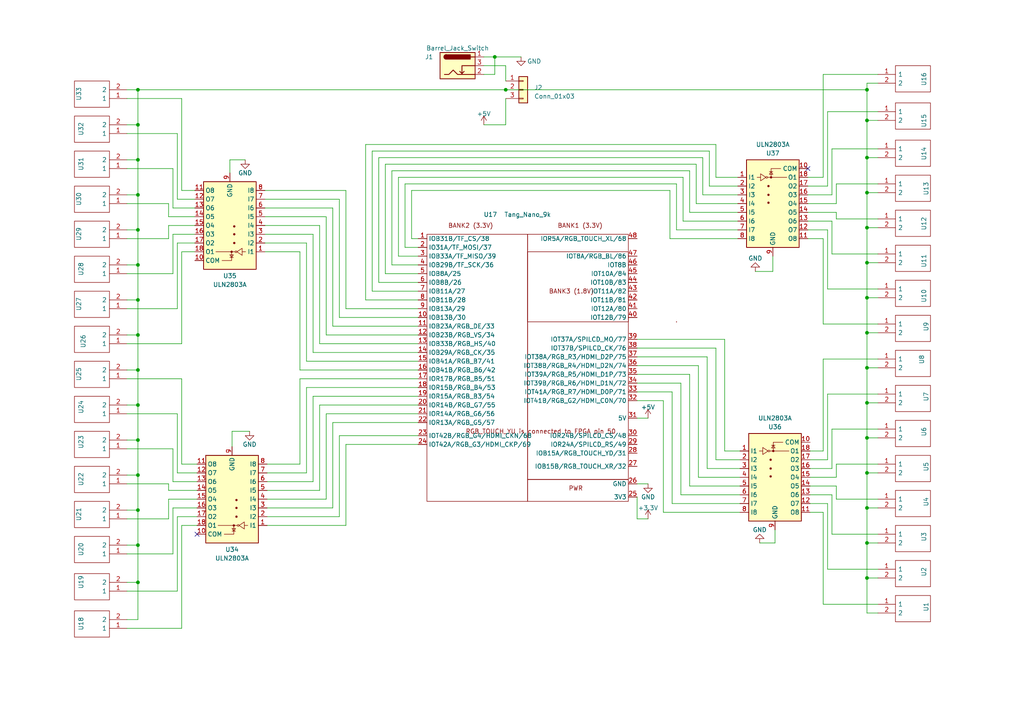
<source format=kicad_sch>
(kicad_sch (version 20230121) (generator eeschema)
  (paper "A4")
  (lib_symbols
    (symbol "Connector:Barrel_Jack_Switch" (pin_names hide)
      (property "Reference" "J" (at 0 5.334 0))
      (property "Value" "Barrel_Jack_Switch" (at 0 -5.08 0))
      (symbol "Barrel_Jack_Switch_0_1"
        (rectangle (start -5.08 3.81) (end 5.08 -3.81) (stroke (width 0.254)) (fill (type background)))
        (arc (start -3.302 3.175) (mid -3.9343 2.54) (end -3.302 1.905) (stroke (width 0.254)))
        (arc (start -3.302 3.175) (mid -3.9343 2.54) (end -3.302 1.905) (stroke (width 0.254)) (fill (type outline)))
        (polyline (pts (xy 1.27 -2.286) (xy 1.905 -1.651)) (stroke (width 0.254)))
        (polyline (pts (xy 5.08 2.54) (xy 3.81 2.54)) (stroke (width 0.254)))
        (polyline (pts (xy 5.08 0) (xy 1.27 0) (xy 1.27 -2.286) (xy 0.635 -1.651)) (stroke (width 0.254)))
        (polyline (pts (xy -3.81 -2.54) (xy -2.54 -2.54) (xy -1.27 -1.27) (xy 0 -2.54) (xy 2.54 -2.54) (xy 5.08 -2.54)) (stroke (width 0.254)))
        (rectangle (start 3.683 3.175) (end -3.302 1.905) (stroke (width 0.254)) (fill (type outline)))
      )
      (symbol "Barrel_Jack_Switch_1_1"
        (pin passive line (at 7.62 2.54 180) (length 2.54) (name "~") (number "1"))
        (pin passive line (at 7.62 -2.54 180) (length 2.54) (name "~") (number "2"))
        (pin passive line (at 7.62 0 180) (length 2.54) (name "~") (number "3"))
      )
    )
    (symbol "Connector_Generic:Conn_01x03" (pin_names (offset 1.016) hide)
      (property "Reference" "J" (at 0 5.08 0))
      (property "Value" "Conn_01x03" (at 0 -5.08 0))
      (symbol "Conn_01x03_1_1"
        (rectangle (start -1.27 -2.413) (end 0 -2.667) (stroke (width 0.1524)))
        (rectangle (start -1.27 0.127) (end 0 -0.127) (stroke (width 0.1524)))
        (rectangle (start -1.27 2.667) (end 0 2.413) (stroke (width 0.1524)))
        (rectangle (start -1.27 3.81) (end 1.27 -3.81) (stroke (width 0.254)) (fill (type background)))
        (pin passive line (at -5.08 2.54 0) (length 3.81) (name "Pin_1") (number "1"))
        (pin passive line (at -5.08 0 0) (length 3.81) (name "Pin_2") (number "2"))
        (pin passive line (at -5.08 -2.54 0) (length 3.81) (name "Pin_3") (number "3"))
      )
    )
    (symbol "Transistor_Array:ULN2803A"
      (property "Reference" "U" (at 0 13.335 0))
      (property "Value" "ULN2803A" (at 0 11.43 0))
      (symbol "ULN2803A_0_1"
        (rectangle (start -7.62 -15.24) (end 7.62 10.16) (stroke (width 0.254)) (fill (type background)))
        (circle (center -1.778 5.08) (radius 0.254))
        (circle (center -1.27 -2.286) (radius 0.254) (fill (type outline)))
        (circle (center -1.27 0) (radius 0.254) (fill (type outline)))
        (circle (center -1.27 2.54) (radius 0.254) (fill (type outline)))
        (circle (center -0.508 5.08) (radius 0.254) (fill (type outline)))
        (polyline (pts (xy -4.572 5.08) (xy -3.556 5.08)))
        (polyline (pts (xy -1.524 5.08) (xy 4.064 5.08)))
        (polyline (pts (xy 0 6.731) (xy -1.016 6.731)))
        (polyline (pts (xy -0.508 5.08) (xy -0.508 7.62) (xy 2.286 7.62)))
        (polyline (pts (xy -3.556 6.096) (xy -3.556 4.064) (xy -2.032 5.08) (xy -3.556 6.096)))
        (polyline (pts (xy 0 5.969) (xy -1.016 5.969) (xy -0.508 6.731) (xy 0 5.969)))
      )
      (symbol "ULN2803A_1_1"
        (pin input line (at -10.16 5.08 0) (length 2.54) (name "I1") (number "1"))
        (pin passive line (at 10.16 7.62 180) (length 2.54) (name "COM") (number "10"))
        (pin open_collector line (at 10.16 -12.7 180) (length 2.54) (name "O8") (number "11"))
        (pin open_collector line (at 10.16 -10.16 180) (length 2.54) (name "O7") (number "12"))
        (pin open_collector line (at 10.16 -7.62 180) (length 2.54) (name "O6") (number "13"))
        (pin open_collector line (at 10.16 -5.08 180) (length 2.54) (name "O5") (number "14"))
        (pin open_collector line (at 10.16 -2.54 180) (length 2.54) (name "O4") (number "15"))
        (pin open_collector line (at 10.16 0 180) (length 2.54) (name "O3") (number "16"))
        (pin open_collector line (at 10.16 2.54 180) (length 2.54) (name "O2") (number "17"))
        (pin open_collector line (at 10.16 5.08 180) (length 2.54) (name "O1") (number "18"))
        (pin input line (at -10.16 2.54 0) (length 2.54) (name "I2") (number "2"))
        (pin input line (at -10.16 0 0) (length 2.54) (name "I3") (number "3"))
        (pin input line (at -10.16 -2.54 0) (length 2.54) (name "I4") (number "4"))
        (pin input line (at -10.16 -5.08 0) (length 2.54) (name "I5") (number "5"))
        (pin input line (at -10.16 -7.62 0) (length 2.54) (name "I6") (number "6"))
        (pin input line (at -10.16 -10.16 0) (length 2.54) (name "I7") (number "7"))
        (pin input line (at -10.16 -12.7 0) (length 2.54) (name "I8") (number "8"))
        (pin power_in line (at 0 -17.78 90) (length 2.54) (name "GND") (number "9"))
      )
    )
    (symbol "power:+3.3V" (power) (pin_names (offset 0))
      (property "Value" "+3.3V" (at 0 3.556 0))
      (symbol "+3.3V_0_1"
        (polyline (pts (xy -0.762 1.27) (xy 0 2.54)))
        (polyline (pts (xy 0 0) (xy 0 2.54)))
        (polyline (pts (xy 0 2.54) (xy 0.762 1.27)))
      )
      (symbol "+3.3V_1_1"
        (pin power_in line (at 0 0 90) (length 0) hide (name "+3.3V") (number "1"))
      )
    )
    (symbol "power:+5V" (power) (pin_names (offset 0))
      (property "Value" "+5V" (at 0 3.556 0))
      (symbol "+5V_0_1"
        (polyline (pts (xy -0.762 1.27) (xy 0 2.54)))
        (polyline (pts (xy 0 0) (xy 0 2.54)))
        (polyline (pts (xy 0 2.54) (xy 0.762 1.27)))
      )
      (symbol "+5V_1_1"
        (pin power_in line (at 0 0 90) (length 0) hide (name "+5V") (number "1"))
      )
    )
    (symbol "power:GND" (power) (pin_names (offset 0))
      (property "Value" "GND" (at 0 -3.81 0))
      (symbol "GND_0_1"
        (polyline (pts (xy 0 0) (xy 0 -1.27) (xy 1.27 -1.27) (xy 0 -2.54) (xy -1.27 -1.27) (xy 0 -1.27)))
      )
      (symbol "GND_1_1"
        (pin power_in line (at 0 0 270) (length 0) hide (name "GND") (number "1"))
      )
    )
    (symbol "samacsys:CUSA-T80-18-2400-TH" (pin_names (offset 0.762))
      (property "Reference" "U" (at 16.51 7.62 0))
      (property "Value" "CUSA-T80-18-2400-TH" (at 16.51 5.08 0))
      (symbol "CUSA-T80-18-2400-TH_0_0"
        (pin passive line (at 0 0 0) (length 5.08) (name "1") (number "1"))
        (pin passive line (at 0 -2.54 0) (length 5.08) (name "2") (number "2"))
      )
      (symbol "CUSA-T80-18-2400-TH_0_1"
        (polyline (pts (xy 5.08 2.54) (xy 15.24 2.54) (xy 15.24 -5.08) (xy 5.08 -5.08) (xy 5.08 2.54)) (stroke (width 0.1524)))
      )
    )
    (symbol "tangnano:Tang_Nano_9k"
      (property "Reference" "U17" (at -10.795 38.735 0))
      (property "Value" "Tang_Nano_9k" (at 0 38.735 0))
      (symbol "Tang_Nano_9k_0_0"
        (rectangle (start 43.18 7.62) (end 43.18 7.62))
        (rectangle (start 43.18 7.62) (end 43.18 7.62))
        (rectangle (start 43.18 7.62) (end 43.18 7.62))
        (rectangle (start 43.18 7.62) (end 43.18 7.62))
        (rectangle (start 43.18 7.62) (end 43.18 7.62))
        (rectangle (start 43.18 7.62) (end 43.18 7.62))
        (rectangle (start 43.18 7.62) (end 43.18 7.62))
        (rectangle (start 43.18 7.62) (end 43.18 7.62))
        (rectangle (start 43.18 7.62) (end 43.18 7.62))
        (rectangle (start 43.18 7.62) (end 43.18 7.62))
        (text "BANK1 (3.3V)" (at 15.24 35.56 0) (effects (font (size 1.27 1.27))))
        (text "BANK2 (3.3V)" (at -16.51 35.56 0) (effects (font (size 1.27 1.27))))
        (text "BANK3 (1.8V)" (at 12.7 16.51 0) (effects (font (size 1.27 1.27))))
        (text "PWR" (at 13.97 -40.64 0) (effects (font (size 1.27 1.27))))
        (text "RGB_TOUCH_YU is connected to FPGA pin 50" (at 3.81 -24.13 0) (effects (font (size 1.27 1.27))))
      )
      (symbol "Tang_Nano_9k_0_1"
        (rectangle (start -29.21 33.02) (end 0 -44.45))
        (rectangle (start 0 -38.1) (end 29.21 -44.45))
        (rectangle (start 0 27.94) (end 29.21 7.62))
        (rectangle (start 0 33.02) (end 29.21 -38.1))
      )
      (symbol "Tang_Nano_9k_1_1"
        (pin bidirectional line (at -31.75 31.75 0) (length 2.54) (name "IOB31B/TF_CS/38") (number "1"))
        (pin bidirectional line (at -31.75 8.89 0) (length 2.54) (name "IOB13B/30") (number "10"))
        (pin bidirectional line (at -31.75 6.35 0) (length 2.54) (name "IOB23A/RGB_DE/33") (number "11"))
        (pin bidirectional line (at -31.75 3.81 0) (length 2.54) (name "IOB23B/RGB_VS/34") (number "12"))
        (pin bidirectional line (at -31.75 1.27 0) (length 2.54) (name "IOB33B/RGB_HS/40") (number "13"))
        (pin bidirectional line (at -31.75 -1.27 0) (length 2.54) (name "IOB29A/RGB_CK/35") (number "14"))
        (pin bidirectional line (at -31.75 -3.81 0) (length 2.54) (name "IOB41A/RGB_B7/41") (number "15"))
        (pin bidirectional line (at -31.75 -6.35 0) (length 2.54) (name "IOB41B/RGB_B6/42") (number "16"))
        (pin bidirectional line (at -31.75 -8.89 0) (length 2.54) (name "IOR17B/RGB_B5/51") (number "17"))
        (pin bidirectional line (at -31.75 -11.43 0) (length 2.54) (name "IOR15B/RGB_B4/53") (number "18"))
        (pin bidirectional line (at -31.75 -13.97 0) (length 2.54) (name "IOR15A/RGB_B3/54") (number "19"))
        (pin bidirectional line (at -31.75 29.21 0) (length 2.54) (name "IO31A/TF_MOSI/37") (number "2"))
        (pin bidirectional line (at -31.75 -16.51 0) (length 2.54) (name "IOR14B/RGB_G7/55") (number "20"))
        (pin bidirectional line (at -31.75 -19.05 0) (length 2.54) (name "IOR14A/RGB_G6/56") (number "21"))
        (pin bidirectional line (at -31.75 -21.59 0) (length 2.54) (name "IOR13A/RGB_G5/57") (number "22"))
        (pin bidirectional line (at -31.75 -25.4 0) (length 2.54) (name "IOT42B/RGB_G4/HDMI_CKN/68") (number "23"))
        (pin bidirectional line (at -31.75 -27.94 0) (length 2.54) (name "IOT42A/RGB_G3/HDMI_CKP/69") (number "24"))
        (pin power_out line (at 31.75 -43.18 180) (length 2.54) (name "3V3") (number "25"))
        (pin power_in line (at 31.75 -39.37 180) (length 2.54) (name "GND") (number "26"))
        (pin bidirectional line (at 31.75 -34.29 180) (length 2.54) (name "IOB15B/RGB_TOUCH_XR/32") (number "27"))
        (pin bidirectional line (at 31.75 -30.48 180) (length 2.54) (name "IOB15A/RGB_TOUCH_YD/31") (number "28"))
        (pin bidirectional line (at 31.75 -27.94 180) (length 2.54) (name "IOR24A/SPILCD_RS/49") (number "29"))
        (pin bidirectional line (at -31.75 26.67 0) (length 2.54) (name "IOB33A/TF_MISO/39") (number "3"))
        (pin bidirectional line (at 31.75 -25.4 180) (length 2.54) (name "IOR24B/SPILCD_CS/48") (number "30"))
        (pin power_out line (at 31.75 -20.32 180) (length 2.54) (name "5V") (number "31"))
        (pin bidirectional line (at 31.75 -15.24 180) (length 2.54) (name "IOT41B/RGB_G2/HDMI_C0N/70") (number "32"))
        (pin bidirectional line (at 31.75 -12.7 180) (length 2.54) (name "IOT41A/RGB_R7/HDMI_D0P/71") (number "33"))
        (pin bidirectional line (at 31.75 -10.16 180) (length 2.54) (name "IOT39B/RGB_R6/HDMI_D1N/72") (number "34"))
        (pin bidirectional line (at 31.75 -7.62 180) (length 2.54) (name "IOT39A/RGB_R5/HDMI_D1P/73") (number "35"))
        (pin bidirectional line (at 31.75 -5.08 180) (length 2.54) (name "IOT38B/RGB_R4/HDMI_D2N/74") (number "36"))
        (pin bidirectional line (at 31.75 -2.54 180) (length 2.54) (name "IOT38A/RGB_R3/HDMI_D2P/75") (number "37"))
        (pin bidirectional line (at 31.75 0 180) (length 2.54) (name "IOT37B/SPILCD_CK/76") (number "38"))
        (pin bidirectional line (at 31.75 2.54 180) (length 2.54) (name "IOT37A/SPILCD_MO/77") (number "39"))
        (pin bidirectional line (at -31.75 24.13 0) (length 2.54) (name "IOB29B/TF_SCK/36") (number "4"))
        (pin bidirectional line (at 31.75 8.89 180) (length 2.54) (name "IOT12B/79") (number "40"))
        (pin bidirectional line (at 31.75 11.43 180) (length 2.54) (name "IOT12A/80") (number "41"))
        (pin bidirectional line (at 31.75 13.97 180) (length 2.54) (name "IOT11B/81") (number "42"))
        (pin bidirectional line (at 31.75 16.51 180) (length 2.54) (name "IOT11A/82") (number "43"))
        (pin bidirectional line (at 31.75 19.05 180) (length 2.54) (name "IOT10B/83") (number "44"))
        (pin bidirectional line (at 31.75 21.59 180) (length 2.54) (name "IOT10A/84") (number "45"))
        (pin bidirectional line (at 31.75 24.13 180) (length 2.54) (name "IOT8B") (number "46"))
        (pin bidirectional line (at 31.75 26.67 180) (length 2.54) (name "IOT8A/RGB_BL/86") (number "47"))
        (pin bidirectional line (at 31.75 31.75 180) (length 2.54) (name "IOR5A/RGB_TOUCH_XL/68") (number "48"))
        (pin bidirectional line (at -31.75 21.59 0) (length 2.54) (name "IOB8A/25") (number "5"))
        (pin bidirectional line (at -31.75 19.05 0) (length 2.54) (name "IOB8B/26") (number "6"))
        (pin bidirectional line (at -31.75 16.51 0) (length 2.54) (name "IOB11A/27") (number "7"))
        (pin bidirectional line (at -31.75 13.97 0) (length 2.54) (name "IOB11B/28") (number "8"))
        (pin bidirectional line (at -31.75 11.43 0) (length 2.54) (name "IOB13A/29") (number "9"))
      )
    )
  )
  (junction (at 40.005 36.195))
  (junction (at 40.005 97.155))
  (junction (at 143.51 16.51))
  (junction (at 40.005 147.955))
  (junction (at 40.005 137.795))
  (junction (at 251.46 34.925))
  (junction (at 251.46 66.04))
  (junction (at 251.46 137.16))
  (junction (at 251.46 45.72))
  (junction (at 251.46 127))
  (junction (at 40.005 26.035))
  (junction (at 40.005 117.475))
  (junction (at 251.46 167.64))
  (junction (at 251.46 96.52))
  (junction (at 40.005 107.315))
  (junction (at 251.46 86.36))
  (junction (at 40.005 127.635))
  (junction (at 40.005 76.835))
  (junction (at 146.685 26.035))
  (junction (at 40.005 66.675))
  (junction (at 40.005 46.355))
  (junction (at 251.46 76.2))
  (junction (at 251.46 55.88))
  (junction (at 251.46 26.035))
  (junction (at 40.005 86.995))
  (junction (at 251.46 116.84))
  (junction (at 40.005 56.515))
  (junction (at 40.005 168.91))
  (junction (at 251.46 147.32))
  (junction (at 40.005 158.115))
  (junction (at 251.46 106.68))
  (junction (at 251.46 157.48))
  (no_connect (at 57.15 154.94))
  (no_connect (at 234.315 48.895))
  (wire (pts (xy 51.435 89.535) (xy 51.435 70.485)))
  (wire (pts (xy 240.03 114.3) (xy 240.03 133.35)))
  (wire (pts (xy 90.805 114.935) (xy 121.285 114.935)))
  (wire (pts (xy 88.9 104.775) (xy 121.285 104.775)))
  (wire (pts (xy 207.645 51.435) (xy 213.995 51.435)))
  (wire (pts (xy 48.895 59.055) (xy 48.895 62.865)))
  (wire (pts (xy 184.785 140.335) (xy 187.96 140.335)))
  (wire (pts (xy 201.93 47.625) (xy 201.93 59.055)))
  (wire (pts (xy 200.025 61.595) (xy 213.995 61.595)))
  (wire (pts (xy 98.425 92.075) (xy 121.285 92.075)))
  (wire (pts (xy 205.74 43.815) (xy 205.74 53.975)))
  (wire (pts (xy 76.835 73.025) (xy 86.995 73.025)))
  (wire (pts (xy 240.03 133.35) (xy 234.95 133.35)))
  (wire (pts (xy 251.46 127) (xy 251.46 137.16)))
  (wire (pts (xy 48.895 140.335) (xy 48.895 142.24)))
  (wire (pts (xy 48.895 150.495) (xy 48.895 144.78)))
  (wire (pts (xy 240.03 32.385) (xy 240.03 53.975)))
  (wire (pts (xy 109.855 81.915) (xy 109.855 45.72)))
  (wire (pts (xy 88.9 70.485) (xy 88.9 104.775)))
  (wire (pts (xy 107.95 84.455) (xy 107.95 43.815)))
  (wire (pts (xy 238.76 69.215) (xy 234.315 69.215)))
  (wire (pts (xy 40.005 56.515) (xy 40.005 46.355)))
  (wire (pts (xy 254.635 165.1) (xy 240.03 165.1)))
  (wire (pts (xy 40.005 36.195) (xy 36.83 36.195)))
  (wire (pts (xy 140.335 19.05) (xy 146.685 19.05)))
  (wire (pts (xy 254.635 175.26) (xy 238.76 175.26)))
  (wire (pts (xy 184.785 100.965) (xy 207.645 100.965)))
  (wire (pts (xy 66.675 46.355) (xy 71.12 46.355)))
  (wire (pts (xy 194.31 69.215) (xy 213.995 69.215)))
  (wire (pts (xy 76.835 65.405) (xy 92.71 65.405)))
  (wire (pts (xy 40.005 117.475) (xy 36.83 117.475)))
  (wire (pts (xy 77.47 152.4) (xy 100.33 152.4)))
  (wire (pts (xy 94.615 97.155) (xy 121.285 97.155)))
  (wire (pts (xy 184.785 106.045) (xy 202.565 106.045)))
  (wire (pts (xy 107.95 43.815) (xy 205.74 43.815)))
  (wire (pts (xy 51.435 171.45) (xy 51.435 149.86)))
  (wire (pts (xy 94.615 144.78) (xy 94.615 120.015)))
  (wire (pts (xy 40.005 36.195) (xy 40.005 26.035)))
  (wire (pts (xy 94.615 62.865) (xy 94.615 97.155)))
  (wire (pts (xy 184.785 116.205) (xy 192.405 116.205)))
  (wire (pts (xy 77.47 134.62) (xy 86.995 134.62)))
  (wire (pts (xy 205.105 103.505) (xy 205.105 135.89)))
  (wire (pts (xy 254.635 134.62) (xy 242.57 134.62)))
  (wire (pts (xy 36.83 59.055) (xy 48.895 59.055)))
  (wire (pts (xy 50.165 67.945) (xy 56.515 67.945)))
  (wire (pts (xy 251.46 86.36) (xy 251.46 96.52)))
  (wire (pts (xy 40.005 107.315) (xy 36.83 107.315)))
  (wire (pts (xy 77.47 149.86) (xy 98.425 149.86)))
  (wire (pts (xy 254.635 144.78) (xy 242.57 144.78)))
  (wire (pts (xy 52.705 55.245) (xy 56.515 55.245)))
  (wire (pts (xy 36.83 99.695) (xy 52.705 99.695)))
  (wire (pts (xy 52.705 99.695) (xy 52.705 73.025)))
  (wire (pts (xy 224.79 153.67) (xy 224.79 157.48)))
  (wire (pts (xy 40.005 97.155) (xy 36.83 97.155)))
  (wire (pts (xy 251.46 55.88) (xy 251.46 66.04)))
  (wire (pts (xy 92.71 117.475) (xy 121.285 117.475)))
  (wire (pts (xy 254.635 43.18) (xy 241.3 43.18)))
  (wire (pts (xy 241.3 56.515) (xy 234.315 56.515)))
  (wire (pts (xy 254.635 104.14) (xy 238.76 104.14)))
  (wire (pts (xy 36.83 140.335) (xy 48.895 140.335)))
  (wire (pts (xy 242.57 144.78) (xy 242.57 140.97)))
  (wire (pts (xy 251.46 116.84) (xy 251.46 127)))
  (wire (pts (xy 100.33 152.4) (xy 100.33 128.905)))
  (wire (pts (xy 52.705 28.575) (xy 52.705 55.245)))
  (wire (pts (xy 251.46 106.68) (xy 251.46 116.84)))
  (wire (pts (xy 50.165 48.895) (xy 50.165 60.325)))
  (wire (pts (xy 184.785 103.505) (xy 205.105 103.505)))
  (wire (pts (xy 96.52 94.615) (xy 121.285 94.615)))
  (wire (pts (xy 98.425 126.365) (xy 121.285 126.365)))
  (wire (pts (xy 36.83 130.175) (xy 50.165 130.175)))
  (wire (pts (xy 187.96 150.495) (xy 184.785 150.495)))
  (wire (pts (xy 251.46 147.32) (xy 254.635 147.32)))
  (wire (pts (xy 111.76 79.375) (xy 111.76 47.625)))
  (wire (pts (xy 76.835 57.785) (xy 98.425 57.785)))
  (wire (pts (xy 48.895 144.78) (xy 57.15 144.78)))
  (wire (pts (xy 207.645 133.35) (xy 214.63 133.35)))
  (wire (pts (xy 238.76 130.81) (xy 234.95 130.81)))
  (wire (pts (xy 198.12 51.435) (xy 198.12 64.135)))
  (wire (pts (xy 76.835 67.945) (xy 90.805 67.945)))
  (wire (pts (xy 48.895 62.865) (xy 56.515 62.865)))
  (wire (pts (xy 88.9 137.16) (xy 88.9 112.395)))
  (wire (pts (xy 210.185 130.81) (xy 214.63 130.81)))
  (wire (pts (xy 194.31 55.245) (xy 194.31 69.215)))
  (wire (pts (xy 77.47 137.16) (xy 88.9 137.16)))
  (wire (pts (xy 251.46 147.32) (xy 251.46 157.48)))
  (wire (pts (xy 241.3 73.66) (xy 241.3 64.135)))
  (wire (pts (xy 194.945 146.05) (xy 214.63 146.05)))
  (wire (pts (xy 242.57 138.43) (xy 234.95 138.43)))
  (wire (pts (xy 106.045 86.995) (xy 106.045 41.91)))
  (wire (pts (xy 203.835 56.515) (xy 213.995 56.515)))
  (wire (pts (xy 140.335 21.59) (xy 143.51 21.59)))
  (wire (pts (xy 113.665 76.835) (xy 113.665 49.53)))
  (wire (pts (xy 254.635 21.59) (xy 238.76 21.59)))
  (wire (pts (xy 121.285 84.455) (xy 107.95 84.455)))
  (wire (pts (xy 196.215 66.675) (xy 213.995 66.675)))
  (wire (pts (xy 36.83 48.895) (xy 50.165 48.895)))
  (wire (pts (xy 40.005 26.035) (xy 146.685 26.035)))
  (wire (pts (xy 36.83 28.575) (xy 52.705 28.575)))
  (wire (pts (xy 86.995 73.025) (xy 86.995 107.315)))
  (wire (pts (xy 92.71 65.405) (xy 92.71 99.695)))
  (wire (pts (xy 36.83 182.245) (xy 52.705 182.245)))
  (wire (pts (xy 254.635 157.48) (xy 251.46 157.48)))
  (wire (pts (xy 92.71 142.24) (xy 92.71 117.475)))
  (wire (pts (xy 242.57 59.055) (xy 234.315 59.055)))
  (wire (pts (xy 192.405 148.59) (xy 214.63 148.59)))
  (wire (pts (xy 251.46 55.88) (xy 254.635 55.88)))
  (wire (pts (xy 254.635 83.82) (xy 240.03 83.82)))
  (wire (pts (xy 198.12 64.135) (xy 213.995 64.135)))
  (wire (pts (xy 40.005 86.995) (xy 36.83 86.995)))
  (wire (pts (xy 40.005 86.995) (xy 40.005 76.835)))
  (wire (pts (xy 96.52 60.325) (xy 96.52 94.615)))
  (wire (pts (xy 254.635 32.385) (xy 240.03 32.385)))
  (wire (pts (xy 146.685 19.05) (xy 146.685 23.495)))
  (wire (pts (xy 146.685 26.035) (xy 251.46 26.035)))
  (wire (pts (xy 207.645 41.91) (xy 207.645 51.435)))
  (wire (pts (xy 241.3 124.46) (xy 241.3 135.89)))
  (wire (pts (xy 77.47 147.32) (xy 96.52 147.32)))
  (wire (pts (xy 40.005 127.635) (xy 40.005 117.475)))
  (wire (pts (xy 40.005 76.835) (xy 36.83 76.835)))
  (wire (pts (xy 51.435 149.86) (xy 57.15 149.86)))
  (wire (pts (xy 184.785 150.495) (xy 184.785 144.145)))
  (wire (pts (xy 251.46 45.72) (xy 251.46 55.88)))
  (wire (pts (xy 238.76 148.59) (xy 234.95 148.59)))
  (wire (pts (xy 100.33 89.535) (xy 121.285 89.535)))
  (wire (pts (xy 254.635 93.98) (xy 238.76 93.98)))
  (wire (pts (xy 51.435 137.16) (xy 57.15 137.16)))
  (wire (pts (xy 40.005 76.835) (xy 40.005 66.675)))
  (wire (pts (xy 251.46 76.2) (xy 251.46 86.36)))
  (wire (pts (xy 251.46 116.84) (xy 254.635 116.84)))
  (wire (pts (xy 240.03 83.82) (xy 240.03 66.675)))
  (wire (pts (xy 51.435 70.485) (xy 56.515 70.485)))
  (wire (pts (xy 40.005 168.91) (xy 36.83 168.91)))
  (wire (pts (xy 201.93 59.055) (xy 213.995 59.055)))
  (wire (pts (xy 50.165 79.375) (xy 50.165 67.945)))
  (wire (pts (xy 36.83 46.355) (xy 40.005 46.355)))
  (wire (pts (xy 76.835 70.485) (xy 88.9 70.485)))
  (wire (pts (xy 98.425 57.785) (xy 98.425 92.075)))
  (wire (pts (xy 50.165 130.175) (xy 50.165 139.7)))
  (wire (pts (xy 51.435 57.785) (xy 56.515 57.785)))
  (wire (pts (xy 67.31 125.095) (xy 72.39 125.095)))
  (wire (pts (xy 76.835 55.245) (xy 100.33 55.245)))
  (wire (pts (xy 197.485 143.51) (xy 214.63 143.51)))
  (wire (pts (xy 36.83 109.855) (xy 52.705 109.855)))
  (wire (pts (xy 50.165 160.655) (xy 50.165 147.32)))
  (wire (pts (xy 48.895 142.24) (xy 57.15 142.24)))
  (wire (pts (xy 121.285 71.755) (xy 117.475 71.755)))
  (wire (pts (xy 96.52 122.555) (xy 121.285 122.555)))
  (wire (pts (xy 48.895 69.215) (xy 48.895 65.405)))
  (wire (pts (xy 117.475 53.34) (xy 196.215 53.34)))
  (wire (pts (xy 113.665 49.53) (xy 200.025 49.53)))
  (wire (pts (xy 52.705 134.62) (xy 57.15 134.62)))
  (wire (pts (xy 184.785 121.285) (xy 187.96 121.285)))
  (wire (pts (xy 184.785 98.425) (xy 210.185 98.425)))
  (wire (pts (xy 238.76 104.14) (xy 238.76 130.81)))
  (wire (pts (xy 76.835 62.865) (xy 94.615 62.865)))
  (wire (pts (xy 242.57 53.34) (xy 242.57 59.055)))
  (wire (pts (xy 194.945 113.665) (xy 194.945 146.05)))
  (wire (pts (xy 205.74 53.975) (xy 213.995 53.975)))
  (wire (pts (xy 40.005 137.795) (xy 36.83 137.795)))
  (wire (pts (xy 242.57 134.62) (xy 242.57 138.43)))
  (wire (pts (xy 254.635 24.13) (xy 251.46 24.13)))
  (wire (pts (xy 52.705 109.855) (xy 52.705 134.62)))
  (wire (pts (xy 50.165 147.32) (xy 57.15 147.32)))
  (wire (pts (xy 92.71 99.695) (xy 121.285 99.695)))
  (wire (pts (xy 205.105 135.89) (xy 214.63 135.89)))
  (wire (pts (xy 66.675 50.165) (xy 66.675 46.355)))
  (wire (pts (xy 50.165 60.325) (xy 56.515 60.325)))
  (wire (pts (xy 77.47 144.78) (xy 94.615 144.78)))
  (wire (pts (xy 40.005 147.955) (xy 40.005 137.795)))
  (wire (pts (xy 251.46 137.16) (xy 251.46 147.32)))
  (wire (pts (xy 98.425 149.86) (xy 98.425 126.365)))
  (wire (pts (xy 251.46 167.64) (xy 251.46 177.8)))
  (wire (pts (xy 242.57 140.97) (xy 234.95 140.97)))
  (wire (pts (xy 40.005 179.705) (xy 40.005 168.91)))
  (wire (pts (xy 40.005 147.955) (xy 36.83 147.955)))
  (wire (pts (xy 36.83 120.015) (xy 51.435 120.015)))
  (wire (pts (xy 184.785 113.665) (xy 194.945 113.665)))
  (wire (pts (xy 140.335 16.51) (xy 143.51 16.51)))
  (wire (pts (xy 251.46 66.04) (xy 254.635 66.04)))
  (wire (pts (xy 251.46 177.8) (xy 254.635 177.8)))
  (wire (pts (xy 251.46 157.48) (xy 251.46 167.64)))
  (wire (pts (xy 121.285 74.295) (xy 115.57 74.295)))
  (wire (pts (xy 224.79 157.48) (xy 220.345 157.48)))
  (wire (pts (xy 240.03 66.675) (xy 234.315 66.675)))
  (wire (pts (xy 77.47 142.24) (xy 92.71 142.24)))
  (wire (pts (xy 207.645 100.965) (xy 207.645 133.35)))
  (wire (pts (xy 238.76 175.26) (xy 238.76 148.59)))
  (wire (pts (xy 254.635 63.5) (xy 242.57 63.5)))
  (wire (pts (xy 40.005 158.115) (xy 36.83 158.115)))
  (wire (pts (xy 36.83 69.215) (xy 48.895 69.215)))
  (wire (pts (xy 40.005 127.635) (xy 36.83 127.635)))
  (wire (pts (xy 203.835 45.72) (xy 203.835 56.515)))
  (wire (pts (xy 251.46 34.925) (xy 254.635 34.925)))
  (wire (pts (xy 109.855 45.72) (xy 203.835 45.72)))
  (wire (pts (xy 240.03 165.1) (xy 240.03 146.05)))
  (wire (pts (xy 52.705 73.025) (xy 56.515 73.025)))
  (wire (pts (xy 121.285 86.995) (xy 106.045 86.995)))
  (wire (pts (xy 40.005 137.795) (xy 40.005 127.635)))
  (wire (pts (xy 52.705 152.4) (xy 57.15 152.4)))
  (wire (pts (xy 90.805 139.7) (xy 90.805 114.935)))
  (wire (pts (xy 241.3 154.94) (xy 241.3 143.51)))
  (wire (pts (xy 192.405 116.205) (xy 192.405 148.59)))
  (wire (pts (xy 251.46 76.2) (xy 254.635 76.2)))
  (wire (pts (xy 100.33 128.905) (xy 121.285 128.905)))
  (wire (pts (xy 86.995 109.855) (xy 121.285 109.855)))
  (wire (pts (xy 254.635 73.66) (xy 241.3 73.66)))
  (wire (pts (xy 121.285 69.215) (xy 119.38 69.215)))
  (wire (pts (xy 96.52 147.32) (xy 96.52 122.555)))
  (wire (pts (xy 52.705 182.245) (xy 52.705 152.4)))
  (wire (pts (xy 240.03 53.975) (xy 234.315 53.975)))
  (wire (pts (xy 251.46 86.36) (xy 254.635 86.36)))
  (wire (pts (xy 200.025 108.585) (xy 200.025 140.97)))
  (wire (pts (xy 254.635 53.34) (xy 242.57 53.34)))
  (wire (pts (xy 86.995 107.315) (xy 121.285 107.315)))
  (wire (pts (xy 146.685 36.195) (xy 146.685 28.575)))
  (wire (pts (xy 36.83 160.655) (xy 50.165 160.655)))
  (wire (pts (xy 238.76 51.435) (xy 234.315 51.435)))
  (wire (pts (xy 202.565 138.43) (xy 214.63 138.43)))
  (wire (pts (xy 40.005 97.155) (xy 40.005 86.995)))
  (wire (pts (xy 121.285 76.835) (xy 113.665 76.835)))
  (wire (pts (xy 143.51 21.59) (xy 143.51 16.51)))
  (wire (pts (xy 40.005 107.315) (xy 40.005 97.155)))
  (wire (pts (xy 40.005 66.675) (xy 40.005 56.515)))
  (wire (pts (xy 238.76 21.59) (xy 238.76 51.435)))
  (wire (pts (xy 36.83 150.495) (xy 48.895 150.495)))
  (wire (pts (xy 200.025 49.53) (xy 200.025 61.595)))
  (wire (pts (xy 36.83 38.735) (xy 51.435 38.735)))
  (wire (pts (xy 140.335 36.195) (xy 146.685 36.195)))
  (wire (pts (xy 117.475 71.755) (xy 117.475 53.34)))
  (wire (pts (xy 121.285 81.915) (xy 109.855 81.915)))
  (wire (pts (xy 184.785 108.585) (xy 200.025 108.585)))
  (wire (pts (xy 251.46 137.16) (xy 254.635 137.16)))
  (wire (pts (xy 90.805 102.235) (xy 121.285 102.235)))
  (wire (pts (xy 241.3 43.18) (xy 241.3 56.515)))
  (wire (pts (xy 121.285 79.375) (xy 111.76 79.375)))
  (wire (pts (xy 251.46 34.925) (xy 251.46 45.72)))
  (wire (pts (xy 76.835 60.325) (xy 96.52 60.325)))
  (wire (pts (xy 115.57 74.295) (xy 115.57 51.435)))
  (wire (pts (xy 40.005 56.515) (xy 36.83 56.515)))
  (wire (pts (xy 40.005 66.675) (xy 36.83 66.675)))
  (wire (pts (xy 238.76 93.98) (xy 238.76 69.215)))
  (wire (pts (xy 251.46 96.52) (xy 251.46 106.68)))
  (wire (pts (xy 242.57 63.5) (xy 242.57 61.595)))
  (wire (pts (xy 115.57 51.435) (xy 198.12 51.435)))
  (wire (pts (xy 36.83 89.535) (xy 51.435 89.535)))
  (wire (pts (xy 251.46 45.72) (xy 254.635 45.72)))
  (wire (pts (xy 119.38 69.215) (xy 119.38 55.245)))
  (wire (pts (xy 40.005 168.91) (xy 40.005 158.115)))
  (wire (pts (xy 251.46 26.035) (xy 251.46 34.925)))
  (wire (pts (xy 36.83 171.45) (xy 51.435 171.45)))
  (wire (pts (xy 86.995 134.62) (xy 86.995 109.855)))
  (wire (pts (xy 196.215 53.34) (xy 196.215 66.675)))
  (wire (pts (xy 94.615 120.015) (xy 121.285 120.015)))
  (wire (pts (xy 111.76 47.625) (xy 201.93 47.625)))
  (wire (pts (xy 254.635 114.3) (xy 240.03 114.3)))
  (wire (pts (xy 200.025 140.97) (xy 214.63 140.97)))
  (wire (pts (xy 48.895 65.405) (xy 56.515 65.405)))
  (wire (pts (xy 88.9 112.395) (xy 121.285 112.395)))
  (wire (pts (xy 224.155 78.74) (xy 219.075 78.74)))
  (wire (pts (xy 242.57 61.595) (xy 234.315 61.595)))
  (wire (pts (xy 251.46 167.64) (xy 254.635 167.64)))
  (wire (pts (xy 251.46 96.52) (xy 254.635 96.52)))
  (wire (pts (xy 40.005 26.035) (xy 36.83 26.035)))
  (wire (pts (xy 210.185 98.425) (xy 210.185 130.81)))
  (wire (pts (xy 240.03 146.05) (xy 234.95 146.05)))
  (wire (pts (xy 251.46 66.04) (xy 251.46 76.2)))
  (wire (pts (xy 90.805 67.945) (xy 90.805 102.235)))
  (wire (pts (xy 67.31 129.54) (xy 67.31 125.095)))
  (wire (pts (xy 51.435 38.735) (xy 51.435 57.785)))
  (wire (pts (xy 251.46 24.13) (xy 251.46 26.035)))
  (wire (pts (xy 254.635 154.94) (xy 241.3 154.94)))
  (wire (pts (xy 36.83 179.705) (xy 40.005 179.705)))
  (wire (pts (xy 106.045 41.91) (xy 207.645 41.91)))
  (wire (pts (xy 202.565 106.045) (xy 202.565 138.43)))
  (wire (pts (xy 36.83 79.375) (xy 50.165 79.375)))
  (wire (pts (xy 50.165 139.7) (xy 57.15 139.7)))
  (wire (pts (xy 51.435 120.015) (xy 51.435 137.16)))
  (wire (pts (xy 143.51 16.51) (xy 151.13 16.51)))
  (wire (pts (xy 251.46 127) (xy 254.635 127)))
  (wire (pts (xy 119.38 55.245) (xy 194.31 55.245)))
  (wire (pts (xy 40.005 46.355) (xy 40.005 36.195)))
  (wire (pts (xy 40.005 158.115) (xy 40.005 147.955)))
  (wire (pts (xy 197.485 111.125) (xy 197.485 143.51)))
  (wire (pts (xy 241.3 143.51) (xy 234.95 143.51)))
  (wire (pts (xy 224.155 74.295) (xy 224.155 78.74)))
  (wire (pts (xy 251.46 106.68) (xy 254.635 106.68)))
  (wire (pts (xy 241.3 135.89) (xy 234.95 135.89)))
  (wire (pts (xy 254.635 124.46) (xy 241.3 124.46)))
  (wire (pts (xy 100.33 55.245) (xy 100.33 89.535)))
  (wire (pts (xy 184.785 111.125) (xy 197.485 111.125)))
  (wire (pts (xy 40.005 117.475) (xy 40.005 107.315)))
  (wire (pts (xy 77.47 139.7) (xy 90.805 139.7)))
  (wire (pts (xy 241.3 64.135) (xy 234.315 64.135)))
  (symbol (lib_id "Transistor_Array:ULN2803A") (at 67.31 147.32 180) (unit 1)
    (property "Reference" "U34" (at 67.31 159.385 0))
    (property "Value" "ULN2803A" (at 67.31 161.925 0))
    (property "Footprint" "MyLibrary:DIP762W55P254L2286H480Q18N_with_solderjumper" (effects hide))
    (property "Datasheet" "http://www.ti.com/lit/ds/symlink/uln2803a.pdf" (effects hide))
  )
  (symbol (lib_id "tangnano:Tang_Nano_9k") (at 153.035 100.965 0) (unit 1)
    (property "Reference" "U17" (at 142.24 62.23 0))
    (property "Value" "Tang_Nano_9k" (at 153.035 62.23 0))
    (property "Footprint" "MyLibrary:Tang Nano 9K" (effects hide))
  )
  (symbol (lib_id "samacsys:CUSA-T80-18-2400-TH") (at 36.83 89.535 180) (unit 1)
    (property "Reference" "U27" (at 22.86 90.17 90) (effects (justify right)))
    (property "Value" "CUSA-T80-18-2400-TH" (effects hide))
    (property "Footprint" "SamacSys_Parts:CUSAT80182400TH" (effects hide))
    (property "Description" "Proximity Sensors 16.0 mm, 150 Vp-p, 80 Directivity, 0.2 18 m Range, 40 kHz, Through Hole, Ultrasonic Transmitter Sensor" (effects hide))
    (property "Height" "12.3" (effects hide))
    (property "Manufacturer_Name" "CUI Devices" (effects hide))
    (property "Manufacturer_Part_Number" "CUSA-T80-18-2400-TH" (effects hide))
  )
  (symbol (lib_id "samacsys:CUSA-T80-18-2400-TH") (at 36.83 150.495 180) (unit 1)
    (property "Reference" "U21" (at 22.86 151.13 90) (effects (justify right)))
    (property "Value" "CUSA-T80-18-2400-TH" (effects hide))
    (property "Footprint" "SamacSys_Parts:CUSAT80182400TH" (effects hide))
    (property "Description" "Proximity Sensors 16.0 mm, 150 Vp-p, 80 Directivity, 0.2 18 m Range, 40 kHz, Through Hole, Ultrasonic Transmitter Sensor" (effects hide))
    (property "Height" "12.3" (effects hide))
    (property "Manufacturer_Name" "CUI Devices" (effects hide))
    (property "Manufacturer_Part_Number" "CUSA-T80-18-2400-TH" (effects hide))
  )
  (symbol (lib_id "samacsys:CUSA-T80-18-2400-TH") (at 254.635 144.78 0) (unit 1)
    (property "Reference" "U4" (at 268.605 144.145 90) (effects (justify right)))
    (property "Value" "CUSA-T80-18-2400-TH" (effects hide))
    (property "Footprint" "SamacSys_Parts:CUSAT80182400TH" (effects hide))
    (property "Description" "Proximity Sensors 16.0 mm, 150 Vp-p, 80 Directivity, 0.2 18 m Range, 40 kHz, Through Hole, Ultrasonic Transmitter Sensor" (effects hide))
    (property "Height" "12.3" (effects hide))
    (property "Manufacturer_Name" "CUI Devices" (effects hide))
    (property "Manufacturer_Part_Number" "CUSA-T80-18-2400-TH" (effects hide))
  )
  (symbol (lib_id "samacsys:CUSA-T80-18-2400-TH") (at 254.635 53.34 0) (unit 1)
    (property "Reference" "U13" (at 268.605 52.705 90) (effects (justify right)))
    (property "Value" "CUSA-T80-18-2400-TH" (effects hide))
    (property "Footprint" "SamacSys_Parts:CUSAT80182400TH" (effects hide))
    (property "Description" "Proximity Sensors 16.0 mm, 150 Vp-p, 80 Directivity, 0.2 18 m Range, 40 kHz, Through Hole, Ultrasonic Transmitter Sensor" (effects hide))
    (property "Height" "12.3" (effects hide))
    (property "Manufacturer_Name" "CUI Devices" (effects hide))
    (property "Manufacturer_Part_Number" "CUSA-T80-18-2400-TH" (effects hide))
  )
  (symbol (lib_id "samacsys:CUSA-T80-18-2400-TH") (at 254.635 124.46 0) (unit 1)
    (property "Reference" "U6" (at 267.97 123.825 90) (effects (justify right)))
    (property "Value" "CUSA-T80-18-2400-TH" (effects hide))
    (property "Footprint" "SamacSys_Parts:CUSAT80182400TH" (effects hide))
    (property "Description" "Proximity Sensors 16.0 mm, 150 Vp-p, 80 Directivity, 0.2 18 m Range, 40 kHz, Through Hole, Ultrasonic Transmitter Sensor" (effects hide))
    (property "Height" "12.3" (effects hide))
    (property "Manufacturer_Name" "CUI Devices" (effects hide))
    (property "Manufacturer_Part_Number" "CUSA-T80-18-2400-TH" (effects hide))
  )
  (symbol (lib_id "samacsys:CUSA-T80-18-2400-TH") (at 36.83 38.735 180) (unit 1)
    (property "Reference" "U32" (at 23.495 39.37 90) (effects (justify right)))
    (property "Value" "CUSA-T80-18-2400-TH" (effects hide))
    (property "Footprint" "SamacSys_Parts:CUSAT80182400TH" (effects hide))
    (property "Description" "Proximity Sensors 16.0 mm, 150 Vp-p, 80 Directivity, 0.2 18 m Range, 40 kHz, Through Hole, Ultrasonic Transmitter Sensor" (effects hide))
    (property "Height" "12.3" (effects hide))
    (property "Manufacturer_Name" "CUI Devices" (effects hide))
    (property "Manufacturer_Part_Number" "CUSA-T80-18-2400-TH" (effects hide))
  )
  (symbol (lib_id "Transistor_Array:ULN2803A") (at 224.79 135.89 0) (unit 1)
    (property "Reference" "U36" (at 224.79 123.825 0))
    (property "Value" "ULN2803A" (at 224.79 121.285 0))
    (property "Footprint" "MyLibrary:DIP762W55P254L2286H480Q18N_with_solderjumper" (effects hide))
    (property "Datasheet" "http://www.ti.com/lit/ds/symlink/uln2803a.pdf" (effects hide))
  )
  (symbol (lib_id "samacsys:CUSA-T80-18-2400-TH") (at 36.83 79.375 180) (unit 1)
    (property "Reference" "U28" (at 23.495 80.01 90) (effects (justify right)))
    (property "Value" "CUSA-T80-18-2400-TH" (effects hide))
    (property "Footprint" "SamacSys_Parts:CUSAT80182400TH" (effects hide))
    (property "Description" "Proximity Sensors 16.0 mm, 150 Vp-p, 80 Directivity, 0.2 18 m Range, 40 kHz, Through Hole, Ultrasonic Transmitter Sensor" (effects hide))
    (property "Height" "12.3" (effects hide))
    (property "Manufacturer_Name" "CUI Devices" (effects hide))
    (property "Manufacturer_Part_Number" "CUSA-T80-18-2400-TH" (effects hide))
  )
  (symbol (lib_id "samacsys:CUSA-T80-18-2400-TH") (at 254.635 114.3 0) (unit 1)
    (property "Reference" "U7" (at 268.605 113.665 90) (effects (justify right)))
    (property "Value" "CUSA-T80-18-2400-TH" (effects hide))
    (property "Footprint" "SamacSys_Parts:CUSAT80182400TH" (effects hide))
    (property "Description" "Proximity Sensors 16.0 mm, 150 Vp-p, 80 Directivity, 0.2 18 m Range, 40 kHz, Through Hole, Ultrasonic Transmitter Sensor" (effects hide))
    (property "Height" "12.3" (effects hide))
    (property "Manufacturer_Name" "CUI Devices" (effects hide))
    (property "Manufacturer_Part_Number" "CUSA-T80-18-2400-TH" (effects hide))
  )
  (symbol (lib_id "samacsys:CUSA-T80-18-2400-TH") (at 36.83 171.45 180) (unit 1)
    (property "Reference" "U19" (at 23.495 170.815 90) (effects (justify right)))
    (property "Value" "CUSA-T80-18-2400-TH" (effects hide))
    (property "Footprint" "SamacSys_Parts:CUSAT80182400TH" (effects hide))
    (property "Description" "Proximity Sensors 16.0 mm, 150 Vp-p, 80 Directivity, 0.2 18 m Range, 40 kHz, Through Hole, Ultrasonic Transmitter Sensor" (effects hide))
    (property "Height" "12.3" (effects hide))
    (property "Manufacturer_Name" "CUI Devices" (effects hide))
    (property "Manufacturer_Part_Number" "CUSA-T80-18-2400-TH" (effects hide))
  )
  (symbol (lib_id "Transistor_Array:ULN2803A") (at 224.155 56.515 0) (unit 1)
    (property "Reference" "U37" (at 224.155 44.45 0))
    (property "Value" "ULN2803A" (at 224.155 41.91 0))
    (property "Footprint" "MyLibrary:DIP762W55P254L2286H480Q18N_with_solderjumper" (effects hide))
    (property "Datasheet" "http://www.ti.com/lit/ds/symlink/uln2803a.pdf" (effects hide))
  )
  (symbol (lib_id "samacsys:CUSA-T80-18-2400-TH") (at 254.635 21.59 0) (unit 1)
    (property "Reference" "U16" (at 267.97 20.955 90) (effects (justify right)))
    (property "Value" "CUSA-T80-18-2400-TH" (effects hide))
    (property "Footprint" "SamacSys_Parts:CUSAT80182400TH" (effects hide))
    (property "Description" "Proximity Sensors 16.0 mm, 150 Vp-p, 80 Directivity, 0.2 18 m Range, 40 kHz, Through Hole, Ultrasonic Transmitter Sensor" (effects hide))
    (property "Height" "12.3" (effects hide))
    (property "Manufacturer_Name" "CUI Devices" (effects hide))
    (property "Manufacturer_Part_Number" "CUSA-T80-18-2400-TH" (effects hide))
  )
  (symbol (lib_id "power:GND") (at 151.13 16.51 0) (unit 1)
    (property "Reference" "#PWR06" (effects hide))
    (property "Value" "GND" (at 154.94 17.78 0))
  )
  (symbol (lib_id "samacsys:CUSA-T80-18-2400-TH") (at 254.635 134.62 0) (unit 1)
    (property "Reference" "U5" (at 268.605 133.985 90) (effects (justify right)))
    (property "Value" "CUSA-T80-18-2400-TH" (effects hide))
    (property "Footprint" "SamacSys_Parts:CUSAT80182400TH" (effects hide))
    (property "Description" "Proximity Sensors 16.0 mm, 150 Vp-p, 80 Directivity, 0.2 18 m Range, 40 kHz, Through Hole, Ultrasonic Transmitter Sensor" (effects hide))
    (property "Height" "12.3" (effects hide))
    (property "Manufacturer_Name" "CUI Devices" (effects hide))
    (property "Manufacturer_Part_Number" "CUSA-T80-18-2400-TH" (effects hide))
  )
  (symbol (lib_id "power:+5V") (at 140.335 36.195 0) (unit 1)
    (property "Reference" "#PWR05" (effects hide))
    (property "Value" "+5V" (at 140.335 33.02 0))
  )
  (symbol (lib_id "samacsys:CUSA-T80-18-2400-TH") (at 36.83 130.175 180) (unit 1)
    (property "Reference" "U23" (at 23.495 130.175 90) (effects (justify right)))
    (property "Value" "CUSA-T80-18-2400-TH" (effects hide))
    (property "Footprint" "SamacSys_Parts:CUSAT80182400TH" (effects hide))
    (property "Description" "Proximity Sensors 16.0 mm, 150 Vp-p, 80 Directivity, 0.2 18 m Range, 40 kHz, Through Hole, Ultrasonic Transmitter Sensor" (effects hide))
    (property "Height" "12.3" (effects hide))
    (property "Manufacturer_Name" "CUI Devices" (effects hide))
    (property "Manufacturer_Part_Number" "CUSA-T80-18-2400-TH" (effects hide))
  )
  (symbol (lib_id "power:GND") (at 71.12 46.355 0) (unit 1)
    (property "Reference" "#PWR02" (effects hide))
    (property "Value" "GND" (at 71.12 50.165 0))
  )
  (symbol (lib_id "power:GND") (at 72.39 125.095 0) (unit 1)
    (property "Reference" "#PWR01" (effects hide))
    (property "Value" "GND" (at 72.39 128.905 0))
  )
  (symbol (lib_id "power:+5V") (at 187.96 121.285 0) (unit 1)
    (property "Reference" "#PWR07" (effects hide))
    (property "Value" "+5V" (at 187.96 118.11 0))
  )
  (symbol (lib_id "samacsys:CUSA-T80-18-2400-TH") (at 254.635 83.82 0) (unit 1)
    (property "Reference" "U10" (at 267.97 83.82 90) (effects (justify right)))
    (property "Value" "CUSA-T80-18-2400-TH" (effects hide))
    (property "Footprint" "SamacSys_Parts:CUSAT80182400TH" (effects hide))
    (property "Description" "Proximity Sensors 16.0 mm, 150 Vp-p, 80 Directivity, 0.2 18 m Range, 40 kHz, Through Hole, Ultrasonic Transmitter Sensor" (effects hide))
    (property "Height" "12.3" (effects hide))
    (property "Manufacturer_Name" "CUI Devices" (effects hide))
    (property "Manufacturer_Part_Number" "CUSA-T80-18-2400-TH" (effects hide))
  )
  (symbol (lib_id "samacsys:CUSA-T80-18-2400-TH") (at 36.83 120.015 180) (unit 1)
    (property "Reference" "U24" (at 23.495 120.015 90) (effects (justify right)))
    (property "Value" "CUSA-T80-18-2400-TH" (effects hide))
    (property "Footprint" "SamacSys_Parts:CUSAT80182400TH" (effects hide))
    (property "Description" "Proximity Sensors 16.0 mm, 150 Vp-p, 80 Directivity, 0.2 18 m Range, 40 kHz, Through Hole, Ultrasonic Transmitter Sensor" (effects hide))
    (property "Height" "12.3" (effects hide))
    (property "Manufacturer_Name" "CUI Devices" (effects hide))
    (property "Manufacturer_Part_Number" "CUSA-T80-18-2400-TH" (effects hide))
  )
  (symbol (lib_id "power:GND") (at 219.075 78.74 180) (unit 1)
    (property "Reference" "#PWR04" (effects hide))
    (property "Value" "GND" (at 219.075 74.93 0))
  )
  (symbol (lib_id "samacsys:CUSA-T80-18-2400-TH") (at 254.635 165.1 0) (unit 1)
    (property "Reference" "U2" (at 267.97 164.465 90) (effects (justify right)))
    (property "Value" "CUSA-T80-18-2400-TH" (effects hide))
    (property "Footprint" "SamacSys_Parts:CUSAT80182400TH" (effects hide))
    (property "Description" "Proximity Sensors 16.0 mm, 150 Vp-p, 80 Directivity, 0.2 18 m Range, 40 kHz, Through Hole, Ultrasonic Transmitter Sensor" (effects hide))
    (property "Height" "12.3" (effects hide))
    (property "Manufacturer_Name" "CUI Devices" (effects hide))
    (property "Manufacturer_Part_Number" "CUSA-T80-18-2400-TH" (effects hide))
  )
  (symbol (lib_id "samacsys:CUSA-T80-18-2400-TH") (at 36.83 182.245 180) (unit 1)
    (property "Reference" "U18" (at 23.495 182.88 90) (effects (justify right)))
    (property "Value" "CUSA-T80-18-2400-TH" (effects hide))
    (property "Footprint" "SamacSys_Parts:CUSAT80182400TH" (effects hide))
    (property "Description" "Proximity Sensors 16.0 mm, 150 Vp-p, 80 Directivity, 0.2 18 m Range, 40 kHz, Through Hole, Ultrasonic Transmitter Sensor" (effects hide))
    (property "Height" "12.3" (effects hide))
    (property "Manufacturer_Name" "CUI Devices" (effects hide))
    (property "Manufacturer_Part_Number" "CUSA-T80-18-2400-TH" (effects hide))
  )
  (symbol (lib_id "power:+3.3V") (at 187.96 150.495 0) (unit 1)
    (property "Reference" "#PWR08" (effects hide))
    (property "Value" "+3.3V" (at 187.96 147.32 0))
  )
  (symbol (lib_id "samacsys:CUSA-T80-18-2400-TH") (at 36.83 48.895 180) (unit 1)
    (property "Reference" "U31" (at 23.495 49.53 90) (effects (justify right)))
    (property "Value" "CUSA-T80-18-2400-TH" (effects hide))
    (property "Footprint" "SamacSys_Parts:CUSAT80182400TH" (effects hide))
    (property "Description" "Proximity Sensors 16.0 mm, 150 Vp-p, 80 Directivity, 0.2 18 m Range, 40 kHz, Through Hole, Ultrasonic Transmitter Sensor" (effects hide))
    (property "Height" "12.3" (effects hide))
    (property "Manufacturer_Name" "CUI Devices" (effects hide))
    (property "Manufacturer_Part_Number" "CUSA-T80-18-2400-TH" (effects hide))
  )
  (symbol (lib_id "samacsys:CUSA-T80-18-2400-TH") (at 254.635 93.98 0) (unit 1)
    (property "Reference" "U9" (at 268.605 93.345 90) (effects (justify right)))
    (property "Value" "CUSA-T80-18-2400-TH" (effects hide))
    (property "Footprint" "SamacSys_Parts:CUSAT80182400TH" (effects hide))
    (property "Description" "Proximity Sensors 16.0 mm, 150 Vp-p, 80 Directivity, 0.2 18 m Range, 40 kHz, Through Hole, Ultrasonic Transmitter Sensor" (effects hide))
    (property "Height" "12.3" (effects hide))
    (property "Manufacturer_Name" "CUI Devices" (effects hide))
    (property "Manufacturer_Part_Number" "CUSA-T80-18-2400-TH" (effects hide))
  )
  (symbol (lib_id "samacsys:CUSA-T80-18-2400-TH") (at 36.83 69.215 180) (unit 1)
    (property "Reference" "U29" (at 22.86 69.85 90) (effects (justify right)))
    (property "Value" "CUSA-T80-18-2400-TH" (effects hide))
    (property "Footprint" "SamacSys_Parts:CUSAT80182400TH" (effects hide))
    (property "Description" "Proximity Sensors 16.0 mm, 150 Vp-p, 80 Directivity, 0.2 18 m Range, 40 kHz, Through Hole, Ultrasonic Transmitter Sensor" (effects hide))
    (property "Height" "12.3" (effects hide))
    (property "Manufacturer_Name" "CUI Devices" (effects hide))
    (property "Manufacturer_Part_Number" "CUSA-T80-18-2400-TH" (effects hide))
  )
  (symbol (lib_id "samacsys:CUSA-T80-18-2400-TH") (at 254.635 73.66 0) (unit 1)
    (property "Reference" "U11" (at 267.97 73.66 90) (effects (justify right)))
    (property "Value" "CUSA-T80-18-2400-TH" (effects hide))
    (property "Footprint" "SamacSys_Parts:CUSAT80182400TH" (effects hide))
    (property "Description" "Proximity Sensors 16.0 mm, 150 Vp-p, 80 Directivity, 0.2 18 m Range, 40 kHz, Through Hole, Ultrasonic Transmitter Sensor" (effects hide))
    (property "Height" "12.3" (effects hide))
    (property "Manufacturer_Name" "CUI Devices" (effects hide))
    (property "Manufacturer_Part_Number" "CUSA-T80-18-2400-TH" (effects hide))
  )
  (symbol (lib_id "samacsys:CUSA-T80-18-2400-TH") (at 36.83 59.055 180) (unit 1)
    (property "Reference" "U30" (at 22.86 59.69 90) (effects (justify right)))
    (property "Value" "CUSA-T80-18-2400-TH" (effects hide))
    (property "Footprint" "SamacSys_Parts:CUSAT80182400TH" (effects hide))
    (property "Description" "Proximity Sensors 16.0 mm, 150 Vp-p, 80 Directivity, 0.2 18 m Range, 40 kHz, Through Hole, Ultrasonic Transmitter Sensor" (effects hide))
    (property "Height" "12.3" (effects hide))
    (property "Manufacturer_Name" "CUI Devices" (effects hide))
    (property "Manufacturer_Part_Number" "CUSA-T80-18-2400-TH" (effects hide))
  )
  (symbol (lib_id "samacsys:CUSA-T80-18-2400-TH") (at 36.83 160.655 180) (unit 1)
    (property "Reference" "U20" (at 23.495 161.29 90) (effects (justify right)))
    (property "Value" "CUSA-T80-18-2400-TH" (effects hide))
    (property "Footprint" "SamacSys_Parts:CUSAT80182400TH" (effects hide))
    (property "Description" "Proximity Sensors 16.0 mm, 150 Vp-p, 80 Directivity, 0.2 18 m Range, 40 kHz, Through Hole, Ultrasonic Transmitter Sensor" (effects hide))
    (property "Height" "12.3" (effects hide))
    (property "Manufacturer_Name" "CUI Devices" (effects hide))
    (property "Manufacturer_Part_Number" "CUSA-T80-18-2400-TH" (effects hide))
  )
  (symbol (lib_id "samacsys:CUSA-T80-18-2400-TH") (at 254.635 32.385 0) (unit 1)
    (property "Reference" "U15" (at 267.97 33.02 90) (effects (justify right)))
    (property "Value" "CUSA-T80-18-2400-TH" (effects hide))
    (property "Footprint" "SamacSys_Parts:CUSAT80182400TH" (effects hide))
    (property "Description" "Proximity Sensors 16.0 mm, 150 Vp-p, 80 Directivity, 0.2 18 m Range, 40 kHz, Through Hole, Ultrasonic Transmitter Sensor" (effects hide))
    (property "Height" "12.3" (effects hide))
    (property "Manufacturer_Name" "CUI Devices" (effects hide))
    (property "Manufacturer_Part_Number" "CUSA-T80-18-2400-TH" (effects hide))
  )
  (symbol (lib_id "samacsys:CUSA-T80-18-2400-TH") (at 254.635 43.18 0) (unit 1)
    (property "Reference" "U14" (at 267.97 42.545 90) (effects (justify right)))
    (property "Value" "CUSA-T80-18-2400-TH" (effects hide))
    (property "Footprint" "SamacSys_Parts:CUSAT80182400TH" (effects hide))
    (property "Description" "Proximity Sensors 16.0 mm, 150 Vp-p, 80 Directivity, 0.2 18 m Range, 40 kHz, Through Hole, Ultrasonic Transmitter Sensor" (effects hide))
    (property "Height" "12.3" (effects hide))
    (property "Manufacturer_Name" "CUI Devices" (effects hide))
    (property "Manufacturer_Part_Number" "CUSA-T80-18-2400-TH" (effects hide))
  )
  (symbol (lib_id "samacsys:CUSA-T80-18-2400-TH") (at 254.635 154.94 0) (unit 1)
    (property "Reference" "U3" (at 267.97 154.305 90) (effects (justify right)))
    (property "Value" "CUSA-T80-18-2400-TH" (effects hide))
    (property "Footprint" "SamacSys_Parts:CUSAT80182400TH" (effects hide))
    (property "Description" "Proximity Sensors 16.0 mm, 150 Vp-p, 80 Directivity, 0.2 18 m Range, 40 kHz, Through Hole, Ultrasonic Transmitter Sensor" (effects hide))
    (property "Height" "12.3" (effects hide))
    (property "Manufacturer_Name" "CUI Devices" (effects hide))
    (property "Manufacturer_Part_Number" "CUSA-T80-18-2400-TH" (effects hide))
  )
  (symbol (lib_id "samacsys:CUSA-T80-18-2400-TH") (at 254.635 175.26 0) (unit 1)
    (property "Reference" "U1" (at 268.605 174.625 90) (effects (justify right)))
    (property "Value" "CUSA-T80-18-2400-TH" (effects hide))
    (property "Footprint" "SamacSys_Parts:CUSAT80182400TH" (effects hide))
    (property "Description" "Proximity Sensors 16.0 mm, 150 Vp-p, 80 Directivity, 0.2 18 m Range, 40 kHz, Through Hole, Ultrasonic Transmitter Sensor" (effects hide))
    (property "Height" "12.3" (effects hide))
    (property "Manufacturer_Name" "CUI Devices" (effects hide))
    (property "Manufacturer_Part_Number" "CUSA-T80-18-2400-TH" (effects hide))
  )
  (symbol (lib_id "Connector:Barrel_Jack_Switch") (at 132.715 19.05 0) (unit 1)
    (property "Reference" "J1" (at 124.46 16.51 0))
    (property "Value" "Barrel_Jack_Switch" (at 132.715 13.97 0))
    (property "Footprint" "Connector_BarrelJack:BarrelJack_Horizontal" (effects hide))
  )
  (symbol (lib_id "Connector_Generic:Conn_01x03") (at 151.765 26.035 0) (unit 1)
    (property "Reference" "J2" (at 154.94 25.4 0) (effects (justify left)))
    (property "Value" "Conn_01x03" (at 154.94 27.94 0) (effects (justify left)))
    (property "Footprint" "Connector_PinHeader_2.54mm:PinHeader_1x03_P2.54mm_Vertical" (effects hide))
  )
  (symbol (lib_id "power:GND") (at 187.96 140.335 0) (unit 1)
    (property "Reference" "#PWR09" (effects hide))
    (property "Value" "GND" (at 187.96 144.145 0))
  )
  (symbol (lib_id "samacsys:CUSA-T80-18-2400-TH") (at 36.83 140.335 180) (unit 1)
    (property "Reference" "U22" (at 23.495 140.97 90) (effects (justify right)))
    (property "Value" "CUSA-T80-18-2400-TH" (effects hide))
    (property "Footprint" "SamacSys_Parts:CUSAT80182400TH" (effects hide))
    (property "Description" "Proximity Sensors 16.0 mm, 150 Vp-p, 80 Directivity, 0.2 18 m Range, 40 kHz, Through Hole, Ultrasonic Transmitter Sensor" (effects hide))
    (property "Height" "12.3" (effects hide))
    (property "Manufacturer_Name" "CUI Devices" (effects hide))
    (property "Manufacturer_Part_Number" "CUSA-T80-18-2400-TH" (effects hide))
  )
  (symbol (lib_id "samacsys:CUSA-T80-18-2400-TH") (at 254.635 104.14 0) (unit 1)
    (property "Reference" "U8" (at 267.335 102.87 90) (effects (justify right)))
    (property "Value" "CUSA-T80-18-2400-TH" (effects hide))
    (property "Footprint" "SamacSys_Parts:CUSAT80182400TH" (effects hide))
    (property "Description" "Proximity Sensors 16.0 mm, 150 Vp-p, 80 Directivity, 0.2 18 m Range, 40 kHz, Through Hole, Ultrasonic Transmitter Sensor" (effects hide))
    (property "Height" "12.3" (effects hide))
    (property "Manufacturer_Name" "CUI Devices" (effects hide))
    (property "Manufacturer_Part_Number" "CUSA-T80-18-2400-TH" (effects hide))
  )
  (symbol (lib_id "Transistor_Array:ULN2803A") (at 66.675 67.945 180) (unit 1)
    (property "Reference" "U35" (at 66.675 80.01 0))
    (property "Value" "ULN2803A" (at 66.675 82.55 0))
    (property "Footprint" "MyLibrary:DIP762W55P254L2286H480Q18N_with_solderjumper" (effects hide))
    (property "Datasheet" "http://www.ti.com/lit/ds/symlink/uln2803a.pdf" (effects hide))
  )
  (symbol (lib_id "samacsys:CUSA-T80-18-2400-TH") (at 254.635 63.5 0) (unit 1)
    (property "Reference" "U12" (at 267.97 62.865 90) (effects (justify right)))
    (property "Value" "CUSA-T80-18-2400-TH" (effects hide))
    (property "Footprint" "SamacSys_Parts:CUSAT80182400TH" (effects hide))
    (property "Description" "Proximity Sensors 16.0 mm, 150 Vp-p, 80 Directivity, 0.2 18 m Range, 40 kHz, Through Hole, Ultrasonic Transmitter Sensor" (effects hide))
    (property "Height" "12.3" (effects hide))
    (property "Manufacturer_Name" "CUI Devices" (effects hide))
    (property "Manufacturer_Part_Number" "CUSA-T80-18-2400-TH" (effects hide))
  )
  (symbol (lib_id "samacsys:CUSA-T80-18-2400-TH") (at 36.83 109.855 180) (unit 1)
    (property "Reference" "U25" (at 22.86 110.49 90) (effects (justify right)))
    (property "Value" "CUSA-T80-18-2400-TH" (effects hide))
    (property "Footprint" "SamacSys_Parts:CUSAT80182400TH" (effects hide))
    (property "Description" "Proximity Sensors 16.0 mm, 150 Vp-p, 80 Directivity, 0.2 18 m Range, 40 kHz, Through Hole, Ultrasonic Transmitter Sensor" (effects hide))
    (property "Height" "12.3" (effects hide))
    (property "Manufacturer_Name" "CUI Devices" (effects hide))
    (property "Manufacturer_Part_Number" "CUSA-T80-18-2400-TH" (effects hide))
  )
  (symbol (lib_id "samacsys:CUSA-T80-18-2400-TH") (at 36.83 99.695 180) (unit 1)
    (property "Reference" "U26" (at 24.13 100.965 90) (effects (justify right)))
    (property "Value" "CUSA-T80-18-2400-TH" (effects hide))
    (property "Footprint" "SamacSys_Parts:CUSAT80182400TH" (effects hide))
    (property "Description" "Proximity Sensors 16.0 mm, 150 Vp-p, 80 Directivity, 0.2 18 m Range, 40 kHz, Through Hole, Ultrasonic Transmitter Sensor" (effects hide))
    (property "Height" "12.3" (effects hide))
    (property "Manufacturer_Name" "CUI Devices" (effects hide))
    (property "Manufacturer_Part_Number" "CUSA-T80-18-2400-TH" (effects hide))
  )
  (symbol (lib_id "samacsys:CUSA-T80-18-2400-TH") (at 36.83 28.575 180) (unit 1)
    (property "Reference" "U33" (at 22.86 29.21 90) (effects (justify right)))
    (property "Value" "CUSA-T80-18-2400-TH" (effects hide))
    (property "Footprint" "SamacSys_Parts:CUSAT80182400TH" (effects hide))
    (property "Description" "Proximity Sensors 16.0 mm, 150 Vp-p, 80 Directivity, 0.2 18 m Range, 40 kHz, Through Hole, Ultrasonic Transmitter Sensor" (effects hide))
    (property "Height" "12.3" (effects hide))
    (property "Manufacturer_Name" "CUI Devices" (effects hide))
    (property "Manufacturer_Part_Number" "CUSA-T80-18-2400-TH" (effects hide))
  )
  (symbol (lib_id "power:GND") (at 220.345 157.48 180) (unit 1)
    (property "Reference" "#PWR03" (effects hide))
    (property "Value" "GND" (at 220.345 153.67 0))
  )
)
</source>
